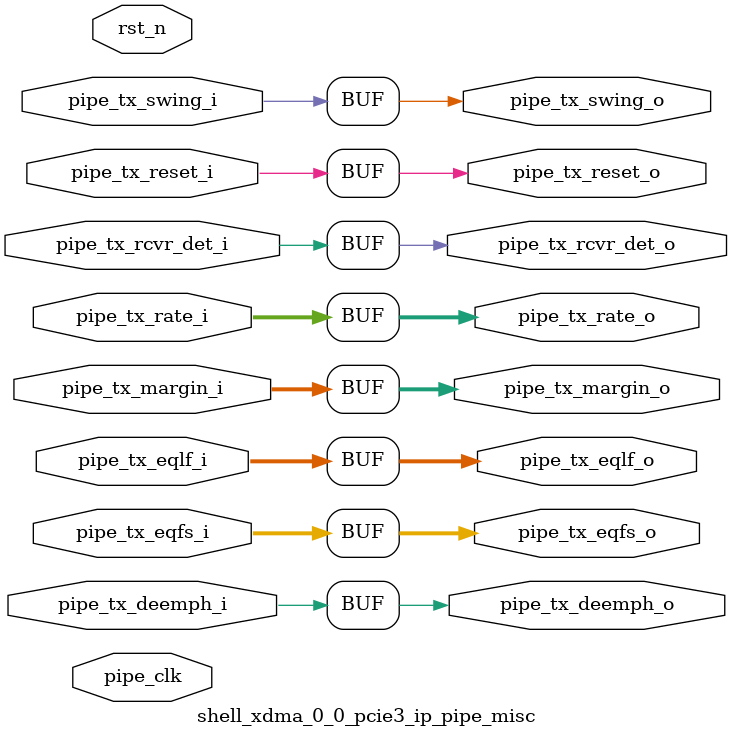
<source format=v>


`timescale 1ps/1ps

(* DowngradeIPIdentifiedWarnings = "yes" *)
module shell_xdma_0_0_pcie3_ip_pipe_misc 
 #(
  parameter TCQ = 100,
  parameter PIPE_PIPELINE_STAGES = 0
  ) (
  input  wire         pipe_tx_rcvr_det_i,
  input  wire         pipe_tx_reset_i,
  input  wire   [1:0] pipe_tx_rate_i,
  input  wire         pipe_tx_deemph_i,
  input  wire   [2:0] pipe_tx_margin_i,
  input  wire         pipe_tx_swing_i,
  input  wire   [5:0] pipe_tx_eqfs_i,
  input  wire   [5:0] pipe_tx_eqlf_i,
  output wire         pipe_tx_rcvr_det_o,
  output wire         pipe_tx_reset_o,
  output wire   [1:0] pipe_tx_rate_o,
  output wire         pipe_tx_deemph_o,
  output wire   [2:0] pipe_tx_margin_o,
  output wire         pipe_tx_swing_o,
  output wire   [5:0] pipe_tx_eqfs_o,
  output wire   [5:0] pipe_tx_eqlf_o,
  input  wire         pipe_clk,
  input  wire         rst_n
  );

  reg                 pipe_tx_rcvr_det_q;
  reg                 pipe_tx_reset_q;
  reg           [1:0] pipe_tx_rate_q;
  reg                 pipe_tx_deemph_q;
  reg           [2:0] pipe_tx_margin_q;
  reg                 pipe_tx_swing_q;
  reg           [5:0] pipe_tx_eqfs_q;
  reg           [5:0] pipe_tx_eqlf_q;
  reg                 pipe_tx_rcvr_det_qq;
  reg                 pipe_tx_reset_qq;
  reg           [1:0] pipe_tx_rate_qq;
  reg                 pipe_tx_deemph_qq;
  reg           [2:0] pipe_tx_margin_qq;
  reg                 pipe_tx_swing_qq;
  reg           [5:0] pipe_tx_eqfs_qq;
  reg           [5:0] pipe_tx_eqlf_qq;

  generate
    if (PIPE_PIPELINE_STAGES == 0)
    begin : pipe_stages_0
      assign pipe_tx_rcvr_det_o = pipe_tx_rcvr_det_i;
      assign pipe_tx_reset_o = pipe_tx_reset_i;
      assign pipe_tx_rate_o = pipe_tx_rate_i;
      assign pipe_tx_deemph_o = pipe_tx_deemph_i;
      assign pipe_tx_margin_o = pipe_tx_margin_i;
      assign pipe_tx_swing_o = pipe_tx_swing_i;
      assign pipe_tx_eqfs_o = pipe_tx_eqfs_i;
      assign pipe_tx_eqlf_o = pipe_tx_eqlf_i;
    end
    else if (PIPE_PIPELINE_STAGES == 1)
    begin : pipe_stages_1
      always @(posedge pipe_clk)
      begin
        if (!rst_n)
        begin
          pipe_tx_rcvr_det_q <= #TCQ 1'b0;
          pipe_tx_reset_q <= #TCQ 1'b1;
          pipe_tx_rate_q <= #TCQ 2'b0;
          pipe_tx_deemph_q <= #TCQ 1'b1;
          pipe_tx_margin_q <= #TCQ 3'b0;
          pipe_tx_swing_q <= #TCQ 1'b0;
          pipe_tx_eqfs_q <= #TCQ 5'b0;
          pipe_tx_eqlf_q <= #TCQ 5'b0;
        end
        else
        begin
          pipe_tx_rcvr_det_q <= #TCQ pipe_tx_rcvr_det_i;
          pipe_tx_reset_q <= #TCQ pipe_tx_reset_i;
          pipe_tx_rate_q <= #TCQ pipe_tx_rate_i;
          pipe_tx_deemph_q <= #TCQ pipe_tx_deemph_i;
          pipe_tx_margin_q <= #TCQ pipe_tx_margin_i;
          pipe_tx_swing_q <= #TCQ pipe_tx_swing_i;
          pipe_tx_eqfs_q <= #TCQ pipe_tx_eqfs_i;
          pipe_tx_eqlf_q <= #TCQ pipe_tx_eqlf_i;
        end
      end
      assign pipe_tx_rcvr_det_o = pipe_tx_rcvr_det_q;
      assign pipe_tx_reset_o = pipe_tx_reset_q;
      assign pipe_tx_rate_o = pipe_tx_rate_q;
      assign pipe_tx_deemph_o = pipe_tx_deemph_q;
      assign pipe_tx_margin_o = pipe_tx_margin_q;
      assign pipe_tx_swing_o = pipe_tx_swing_q;
      assign pipe_tx_eqfs_o = pipe_tx_eqfs_q;
      assign pipe_tx_eqlf_o = pipe_tx_eqlf_q;
    end
    else if (PIPE_PIPELINE_STAGES == 2)
    begin : pipe_stages_2
      always @(posedge pipe_clk)
      begin
        if (!rst_n)
        begin
          pipe_tx_rcvr_det_q <= #TCQ 1'b0;
          pipe_tx_reset_q <= #TCQ 1'b1;
          pipe_tx_rate_q <= #TCQ 2'b0;
          pipe_tx_deemph_q <= #TCQ 1'b1;
          pipe_tx_margin_q <= #TCQ 1'b0;
          pipe_tx_swing_q <= #TCQ 1'b0;
          pipe_tx_eqfs_q <= #TCQ 5'b0;
          pipe_tx_eqlf_q <= #TCQ 5'b0;
          pipe_tx_rcvr_det_qq <= #TCQ 1'b0;
          pipe_tx_reset_qq <= #TCQ 1'b1;
          pipe_tx_rate_qq <= #TCQ 2'b0;
          pipe_tx_deemph_qq <= #TCQ 1'b1;
          pipe_tx_margin_qq <= #TCQ 1'b0;
          pipe_tx_swing_qq <= #TCQ 1'b0;
          pipe_tx_eqfs_qq <= #TCQ 5'b0;
          pipe_tx_eqlf_qq <= #TCQ 5'b0;
        end
        else
        begin
          pipe_tx_rcvr_det_q <= #TCQ pipe_tx_rcvr_det_i;
          pipe_tx_reset_q <= #TCQ pipe_tx_reset_i;
          pipe_tx_rate_q <= #TCQ pipe_tx_rate_i;
          pipe_tx_deemph_q <= #TCQ pipe_tx_deemph_i;
          pipe_tx_margin_q <= #TCQ pipe_tx_margin_i;
          pipe_tx_swing_q <= #TCQ pipe_tx_swing_i;
          pipe_tx_eqfs_q <= #TCQ pipe_tx_eqfs_i;
          pipe_tx_eqlf_q <= #TCQ pipe_tx_eqlf_i;
          pipe_tx_rcvr_det_qq <= #TCQ pipe_tx_rcvr_det_q;
          pipe_tx_reset_qq <= #TCQ pipe_tx_reset_q;
          pipe_tx_rate_qq <= #TCQ pipe_tx_rate_q;
          pipe_tx_deemph_qq <= #TCQ pipe_tx_deemph_q;
          pipe_tx_margin_qq <= #TCQ pipe_tx_margin_q;
          pipe_tx_swing_qq <= #TCQ pipe_tx_swing_q;
          pipe_tx_eqfs_qq <= #TCQ pipe_tx_eqfs_q;
          pipe_tx_eqlf_qq <= #TCQ pipe_tx_eqlf_q;
        end
      end
      assign pipe_tx_rcvr_det_o = pipe_tx_rcvr_det_qq;
      assign pipe_tx_reset_o = pipe_tx_reset_qq;
      assign pipe_tx_rate_o = pipe_tx_rate_qq;
      assign pipe_tx_deemph_o = pipe_tx_deemph_qq;
      assign pipe_tx_margin_o = pipe_tx_margin_qq;
      assign pipe_tx_swing_o = pipe_tx_swing_qq;
      assign pipe_tx_eqfs_o = pipe_tx_eqfs_qq;
      assign pipe_tx_eqlf_o = pipe_tx_eqlf_qq;
    end
    else
    begin
      assign pipe_tx_rcvr_det_o = pipe_tx_rcvr_det_i;
      assign pipe_tx_reset_o = pipe_tx_reset_i;
      assign pipe_tx_rate_o = pipe_tx_rate_i;
      assign pipe_tx_deemph_o = pipe_tx_deemph_i;
      assign pipe_tx_margin_o = pipe_tx_margin_i;
      assign pipe_tx_swing_o = pipe_tx_swing_i;
      assign pipe_tx_eqfs_o = pipe_tx_eqfs_i;
      assign pipe_tx_eqlf_o = pipe_tx_eqlf_i;
    end
  endgenerate

endmodule

</source>
